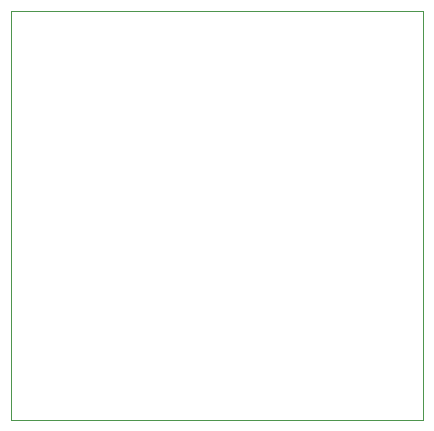
<source format=gbr>
%TF.GenerationSoftware,KiCad,Pcbnew,7.0.7*%
%TF.CreationDate,2023-08-27T13:56:46-07:00*%
%TF.ProjectId,DC-DC_converter,44432d44-435f-4636-9f6e-766572746572,rev?*%
%TF.SameCoordinates,Original*%
%TF.FileFunction,Profile,NP*%
%FSLAX46Y46*%
G04 Gerber Fmt 4.6, Leading zero omitted, Abs format (unit mm)*
G04 Created by KiCad (PCBNEW 7.0.7) date 2023-08-27 13:56:46*
%MOMM*%
%LPD*%
G01*
G04 APERTURE LIST*
%TA.AperFunction,Profile*%
%ADD10C,0.100000*%
%TD*%
G04 APERTURE END LIST*
D10*
X48514000Y-63373000D02*
X83439000Y-63373000D01*
X83439000Y-98044000D01*
X48514000Y-98044000D01*
X48514000Y-63373000D01*
M02*

</source>
